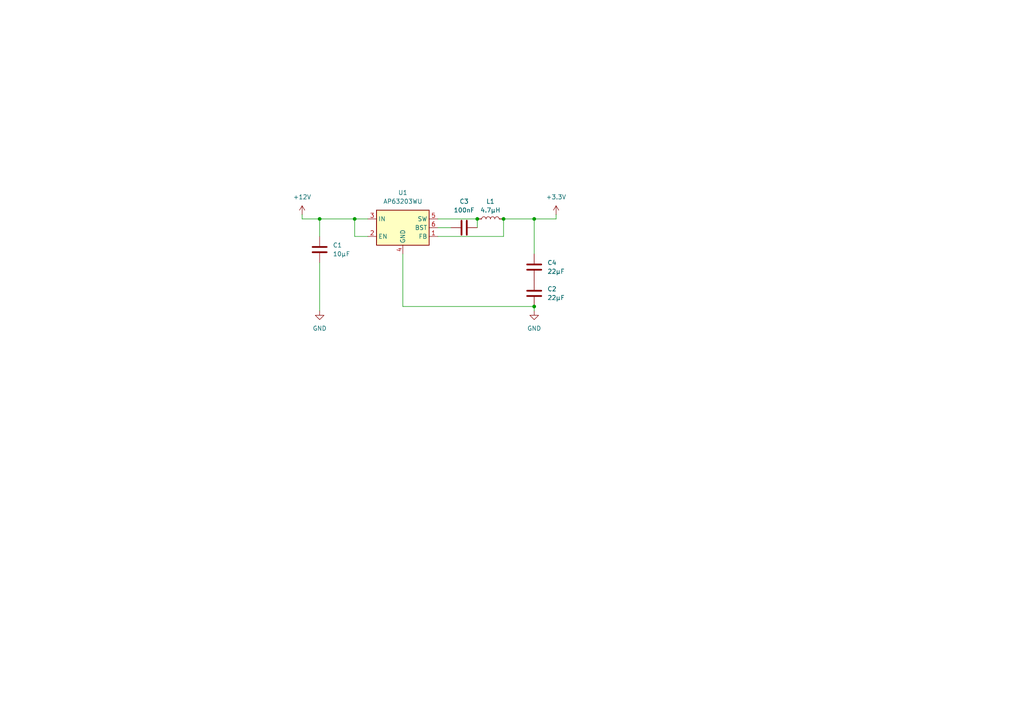
<source format=kicad_sch>
(kicad_sch (version 20250114) (generator "eeschema") (generator_version "9.0")
  (paper "A4")
  (lib_symbols
    (symbol "Device:C" (pin_numbers (hide yes)) (pin_names (offset 0.254))
      (property "Reference" "C" (at 0.635 2.54 0))
      (property "Value" "C" (at 0.635 -2.54 0))
      (symbol "C_0_1"
        (polyline (pts (xy -2.032 0.762) (xy 2.032 0.762)) (stroke (width 0.508)))
        (polyline (pts (xy -2.032 -0.762) (xy 2.032 -0.762)) (stroke (width 0.508)))
      )
      (symbol "C_1_1"
        (pin passive line (at 0 3.81 270) (length 2.794) (name "~") (number "1"))
        (pin passive line (at 0 -3.81 90) (length 2.794) (name "~") (number "2"))
      )
    )
    (symbol "Device:L" (pin_numbers (hide yes)) (pin_names (offset 1.016) (hide yes))
      (property "Reference" "L" (at -1.27 0 90))
      (property "Value" "L" (at 1.905 0 90))
      (symbol "L_0_1"
        (arc (start 0 2.54) (mid 0.6323 1.905) (end 0 1.27))
        (arc (start 0 1.27) (mid 0.6323 0.635) (end 0 0))
        (arc (start 0 0) (mid 0.6323 -0.635) (end 0 -1.27))
        (arc (start 0 -1.27) (mid 0.6323 -1.905) (end 0 -2.54))
      )
      (symbol "L_1_1"
        (pin passive line (at 0 3.81 270) (length 1.27) (name "1") (number "1"))
        (pin passive line (at 0 -3.81 90) (length 1.27) (name "2") (number "2"))
      )
    )
    (symbol "Regulator_Switching:AP63203WU"
      (property "Reference" "U" (at -7.62 6.35 0))
      (property "Value" "AP63203WU" (at 2.54 6.35 0))
      (symbol "AP63203WU_0_1"
        (rectangle (start -7.62 5.08) (end 7.62 -5.08) (stroke (width 0.254)) (fill (type background)))
      )
      (symbol "AP63203WU_1_1"
        (pin power_in line (at -10.16 2.54 0) (length 2.54) (name "IN") (number "3"))
        (pin input line (at -10.16 -2.54 0) (length 2.54) (name "EN") (number "2"))
        (pin power_in line (at 0 -7.62 90) (length 2.54) (name "GND") (number "4"))
        (pin output line (at 10.16 2.54 180) (length 2.54) (name "SW") (number "5"))
        (pin passive line (at 10.16 0 180) (length 2.54) (name "BST") (number "6"))
        (pin input line (at 10.16 -2.54 180) (length 2.54) (name "FB") (number "1"))
      )
    )
    (symbol "power:+12V" (power) (pin_numbers (hide yes)) (pin_names (offset 0) (hide yes))
      (property "Value" "+12V" (at 0 3.556 0))
      (symbol "+12V_0_1"
        (polyline (pts (xy -0.762 1.27) (xy 0 2.54)))
        (polyline (pts (xy 0 2.54) (xy 0.762 1.27)))
        (polyline (pts (xy 0 0) (xy 0 2.54)))
      )
      (symbol "+12V_1_1"
        (pin power_in line (at 0 0 90) (length 0) (name "~") (number "1"))
      )
    )
    (symbol "power:+3.3V" (power) (pin_numbers (hide yes)) (pin_names (offset 0) (hide yes))
      (property "Value" "+3.3V" (at 0 3.556 0))
      (symbol "+3.3V_0_1"
        (polyline (pts (xy -0.762 1.27) (xy 0 2.54)))
        (polyline (pts (xy 0 2.54) (xy 0.762 1.27)))
        (polyline (pts (xy 0 0) (xy 0 2.54)))
      )
      (symbol "+3.3V_1_1"
        (pin power_in line (at 0 0 90) (length 0) (name "~") (number "1"))
      )
    )
    (symbol "power:GND" (power) (pin_numbers (hide yes)) (pin_names (offset 0) (hide yes))
      (property "Value" "GND" (at 0 -3.81 0))
      (symbol "GND_0_1"
        (polyline (pts (xy 0 0) (xy 0 -1.27) (xy 1.27 -1.27) (xy 0 -2.54) (xy -1.27 -1.27) (xy 0 -1.27)))
      )
      (symbol "GND_1_1"
        (pin power_in line (at 0 0 270) (length 0) (name "~") (number "1"))
      )
    )
  )
  (junction (at 154.94 88.9))
  (junction (at 102.87 63.5))
  (junction (at 92.71 63.5))
  (junction (at 138.43 63.5))
  (junction (at 154.94 63.5))
  (junction (at 146.05 63.5))
  (wire (pts (xy 146.05 68.58) (xy 146.05 63.5)))
  (wire (pts (xy 87.63 62.23) (xy 87.63 63.5)))
  (wire (pts (xy 102.87 68.58) (xy 106.68 68.58)))
  (wire (pts (xy 102.87 63.5) (xy 106.68 63.5)))
  (wire (pts (xy 102.87 63.5) (xy 102.87 68.58)))
  (wire (pts (xy 161.29 63.5) (xy 161.29 62.23)))
  (wire (pts (xy 116.84 73.66) (xy 116.84 88.9)))
  (wire (pts (xy 146.05 63.5) (xy 154.94 63.5)))
  (wire (pts (xy 127 68.58) (xy 146.05 68.58)))
  (wire (pts (xy 127 63.5) (xy 138.43 63.5)))
  (wire (pts (xy 92.71 63.5) (xy 92.71 68.58)))
  (wire (pts (xy 116.84 88.9) (xy 154.94 88.9)))
  (wire (pts (xy 92.71 63.5) (xy 102.87 63.5)))
  (wire (pts (xy 87.63 63.5) (xy 92.71 63.5)))
  (wire (pts (xy 92.71 76.2) (xy 92.71 90.17)))
  (wire (pts (xy 138.43 66.04) (xy 138.43 63.5)))
  (wire (pts (xy 154.94 88.9) (xy 154.94 90.17)))
  (wire (pts (xy 154.94 63.5) (xy 161.29 63.5)))
  (wire (pts (xy 154.94 73.66) (xy 154.94 63.5)))
  (wire (pts (xy 127 66.04) (xy 130.81 66.04)))
  (symbol (lib_id "Device:C") (at 154.94 77.47 0) (unit 1)
    (property "Reference" "C4" (at 158.75 76.1999 0) (effects (justify left)))
    (property "Value" "22μF" (at 158.75 78.7399 0) (effects (justify left)))
    (property "Footprint" "Capacitor_SMD:C_1210_3225Metric" (effects (hide yes)))
    (property "Description" "Unpolarized capacitor" (effects (hide yes)))
  )
  (symbol (lib_id "power:GND") (at 92.71 90.17 0) (unit 1)
    (property "Reference" "#PWR02" (effects (hide yes)))
    (property "Value" "GND" (at 92.71 95.25 0))
    (property "Description" "Power symbol creates a global label with name \"GND\" , ground" (effects (hide yes)))
  )
  (symbol (lib_id "Device:C") (at 154.94 85.09 0) (unit 1)
    (property "Reference" "C2" (at 158.75 83.8199 0) (effects (justify left)))
    (property "Value" "22μF" (at 158.75 86.3599 0) (effects (justify left)))
    (property "Footprint" "Capacitor_SMD:C_1210_3225Metric" (effects (hide yes)))
    (property "Description" "Unpolarized capacitor" (effects (hide yes)))
  )
  (symbol (lib_id "power:+12V") (at 87.63 62.23 0) (unit 1)
    (property "Reference" "#PWR01" (effects (hide yes)))
    (property "Value" "+12V" (at 87.63 57.15 0))
    (property "Description" "Power symbol creates a global label with name \"+12V\"" (effects (hide yes)))
  )
  (symbol (lib_id "Device:C") (at 134.62 66.04 90) (unit 1)
    (property "Reference" "C3" (at 134.62 58.42 90))
    (property "Value" "100nF" (at 134.62 60.96 90))
    (property "Footprint" "Capacitor_SMD:C_0201_0603Metric" (effects (hide yes)))
    (property "Description" "Unpolarized capacitor" (effects (hide yes)))
  )
  (symbol (lib_id "Regulator_Switching:AP63203WU") (at 116.84 66.04 0) (unit 1)
    (property "Reference" "U1" (at 116.84 55.88 0))
    (property "Value" "AP63203WU" (at 116.84 58.42 0))
    (property "Footprint" "Package_TO_SOT_SMD:TSOT-23-6" (effects (hide yes)))
    (property "Datasheet" "https://www.diodes.com/assets/Datasheets/AP63200-AP63201-AP63203-AP63205.pdf" (effects (hide yes)))
    (property "Description" "2A, 1.1MHz Buck DC/DC Converter, fixed 3.3V output voltage, TSOT-23-6" (effects (hide yes)))
  )
  (symbol (lib_id "Device:C") (at 92.71 72.39 0) (unit 1)
    (property "Reference" "C1" (at 96.52 71.1199 0) (effects (justify left)))
    (property "Value" "10μF" (at 96.52 73.6599 0) (effects (justify left)))
    (property "Footprint" "Capacitor_SMD:C_1206_3216Metric" (effects (hide yes)))
    (property "Description" "Unpolarized capacitor" (effects (hide yes)))
  )
  (symbol (lib_id "Device:L") (at 142.24 63.5 90) (unit 1)
    (property "Reference" "L1" (at 142.24 58.42 90))
    (property "Value" "4.7μH" (at 142.24 60.96 90))
    (property "Footprint" "Inductor_SMD:L_Bourns-SRN4018" (effects (hide yes)))
    (property "Description" "Inductor" (effects (hide yes)))
  )
  (symbol (lib_id "power:GND") (at 154.94 90.17 0) (unit 1)
    (property "Reference" "#PWR03" (effects (hide yes)))
    (property "Value" "GND" (at 154.94 95.25 0))
    (property "Description" "Power symbol creates a global label with name \"GND\" , ground" (effects (hide yes)))
  )
  (symbol (lib_id "power:+3.3V") (at 161.29 62.23 0) (unit 1)
    (property "Reference" "#PWR04" (effects (hide yes)))
    (property "Value" "+3.3V" (at 161.29 57.15 0))
    (property "Description" "Power symbol creates a global label with name \"+3.3V\"" (effects (hide yes)))
  )
)
</source>
